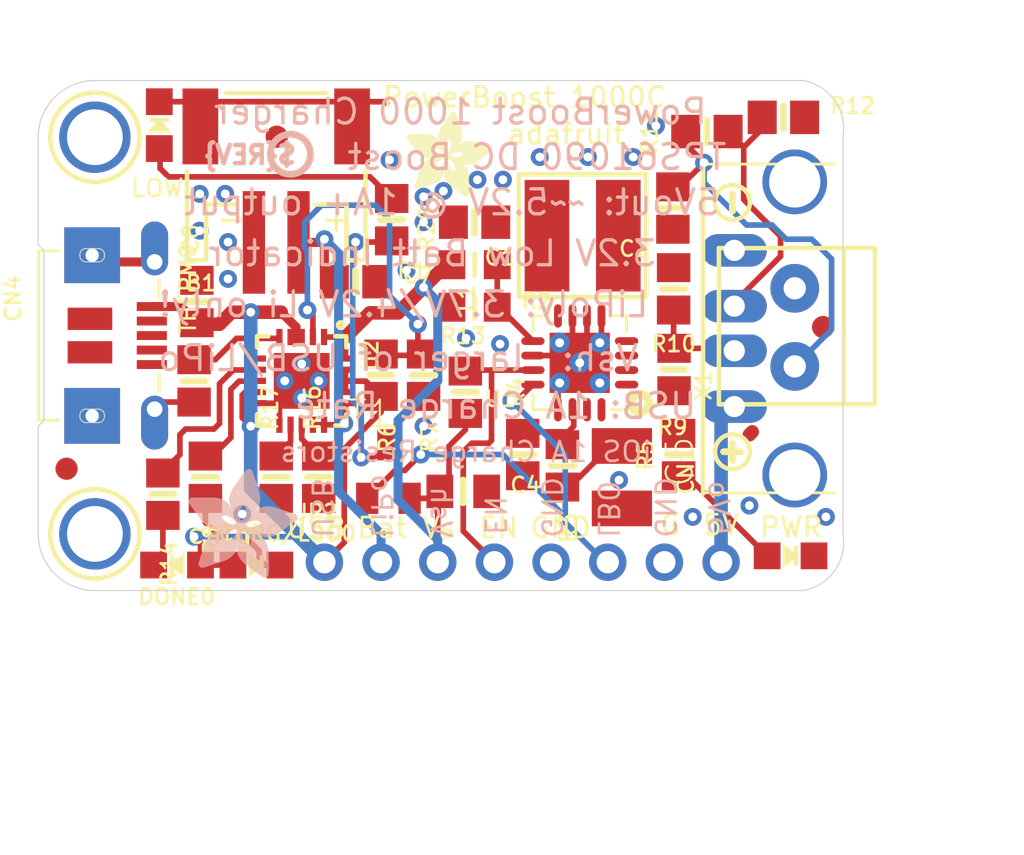
<source format=kicad_pcb>
(kicad_pcb (version 20241229) (generator "pcbnew") (generator_version "9.0")
  (layers (0 "F.Cu" signal) (2 "B.Cu" signal) (13 "F.Paste" user) (15 "B.Paste" user) (5 "F.SilkS" user "F.Silkscreen") (7 "B.SilkS" user "B.Silkscreen") (1 "F.Mask" user) (3 "B.Mask" user) (25 "Edge.Cuts" user))
  (net 0 "")
  (net 1 "GND")
  (net 2 "N$1")
  (net 3 "N$3")
  (net 4 "5.0V")
  (net 5 "D+")
  (net 6 "D-")
  (net 7 "VBAT")
  (net 8 "N$2")
  (net 9 "ENABLE")
  (net 10 "N$5")
  (net 11 "N$6")
  (net 12 "LBO")
  (net 13 "N$4")
  (net 14 "N$7")
  (net 15 "N$9")
  (net 16 "N$11")
  (net 17 "N$16")
  (net 18 "N$10")
  (net 19 "VBUS")
  (net 20 "VLIPO")
  (net 21 "N$8")
  (net 22 "N$12")
  (net 23 "N$13")
  (footprint "Adafruit PowerBoost 1000C Rev B:0805-NO" (layer "F.Cu") (at 137.94342 111.3536 -90)
    (property "Reference" "R8")
    (property "Value" "1K")
  )
  (footprint "Adafruit PowerBoost 1000C Rev B:0805-NO" (layer "F.Cu") (at 158.93042 102.9106 90)
    (property "Reference" "R10")
    (property "Value" "49.9K")
  )
  (footprint "Adafruit PowerBoost 1000C Rev B:CHIPLED_0805_NOOUTLINE" (layer "F.Cu") (at 135.87942 95.5726)
    (property "Reference" "LED1" (hide yes))
    (property "Value" "RED")
  )
  (footprint "Adafruit PowerBoost 1000C Rev B:0805-NO" (layer "F.Cu") (at 144.67442 102.5906)
    (property "Reference" "C7")
    (property "Value" "10uF")
  )
  (footprint "Adafruit PowerBoost 1000C Rev B:SYMBOL_PLUS" (layer "F.Cu") (at 161.56542 110.2106)
    (property "Reference" "U$25" (hide yes))
    (property "Value" "" (hide yes))
  )
  (footprint "Adafruit PowerBoost 1000C Rev B:FIDUCIAL_1MM" (layer "F.Cu") (at 165.62942 104.6226)
    (property "Reference" "FID1" (hide yes))
    (property "Value" "FIDUCIAL\"\"" (hide yes))
  )
  (footprint "Adafruit PowerBoost 1000C Rev B:0805-NO" (layer "F.Cu") (at 143.02342 111.3536 90)
    (property "Reference" "R16")
    (property "Value" "1.0K")
  )
  (footprint "Adafruit PowerBoost 1000C Rev B:CHIPLED_0805_NOOUTLINE" (layer "F.Cu") (at 140.22942 115.2906 -90)
    (property "Reference" "CHRG/LBO0")
    (property "Value" "ORANGE")
  )
  (footprint "Adafruit PowerBoost 1000C Rev B:0805-NO" (layer "F.Cu") (at 160.42242 95.8596 180)
    (property "Reference" "R11")
    (property "Value" "75K 1%")
  )
  (footprint "Adafruit PowerBoost 1000C Rev B:0805-NO" (layer "F.Cu") (at 146.29342 99.8106 -90)
    (property "Reference" "R20")
    (property "Value" "1K")
  )
  (footprint "Adafruit PowerBoost 1000C Rev B:QFN20_4MM" (layer "F.Cu") (at 142.26142 107.0356 -90)
    (property "Reference" "U2")
    (property "Value" "MCP73871")
  )
  (footprint "Adafruit PowerBoost 1000C Rev B:4UCONN_20329" (layer "F.Cu") (at 134.76842 105.0036 -90)
    (property "Reference" "CN4")
    (property "Value" "MicroUSB")
    (fp_line (start -3.9 2.2) (end -3.9 1.6) (stroke (width 0.05)) (layer "Edge.Cuts"))
    (fp_line (start 3.3 2.2) (end 3.3 1.6) (stroke (width 0.05)) (layer "Edge.Cuts"))
    (fp_line (start -3.3 1.6) (end -3.3 2.2) (stroke (width 0.05)) (layer "Edge.Cuts"))
    (fp_line (start 3.9 1.6) (end 3.9 2.2) (stroke (width 0.05)) (layer "Edge.Cuts"))
    (fp_arc (start -3.6 2.45) (mid -3.801777 2.387132) (end -3.9 2.2) (stroke (width 0.05)) (layer "Edge.Cuts"))
    (fp_arc (start 3.6 2.45) (mid 3.398223 2.387132) (end 3.3 2.2) (stroke (width 0.05)) (layer "Edge.Cuts"))
    (fp_arc (start -3.3 2.2) (mid -3.398223 2.387132) (end -3.6 2.45) (stroke (width 0.05)) (layer "Edge.Cuts"))
    (fp_arc (start 3.9 2.2) (mid 3.801777 2.387132) (end 3.6 2.45) (stroke (width 0.05)) (layer "Edge.Cuts"))
    (fp_arc (start -3.9 1.6) (mid -3.801777 1.412868) (end -3.6 1.35) (stroke (width 0.05)) (layer "Edge.Cuts"))
    (fp_arc (start 3.3 1.6) (mid 3.398223 1.412868) (end 3.6 1.35) (stroke (width 0.05)) (layer "Edge.Cuts"))
    (fp_arc (start -3.6 1.35) (mid -3.398223 1.412868) (end -3.3 1.6) (stroke (width 0.05)) (layer "Edge.Cuts"))
    (fp_arc (start 3.6 1.35) (mid 3.801777 1.412868) (end 3.9 1.6) (stroke (width 0.05)) (layer "Edge.Cuts"))
  )
  (footprint "Adafruit PowerBoost 1000C Rev B:_0805MP" (layer "F.Cu") (at 150.00842 101.8286 180)
    (property "Reference" "R1")
    (property "Value" "1.87M")
  )
  (footprint "Adafruit PowerBoost 1000C Rev B:PVQFN-16" (layer "F.Cu") (at 154.72142 106.2276 180)
    (property "Reference" "U1")
    (property "Value" "TPS61090RSAR")
  )
  (footprint "Adafruit PowerBoost 1000C Rev B:0805-NO" (layer "F.Cu") (at 149.59442 107.5446 90)
    (property "Reference" "R13")
    (property "Value" "200K")
  )
  (footprint "Adafruit PowerBoost 1000C Rev B:0805-NO" (layer "F.Cu") (at 158.94842 106.5266 -90)
    (property "Reference" "R9")
    (property "Value" "43K")
  )
  (footprint "Adafruit PowerBoost 1000C Rev B:USB_HOST-PTH" (layer "F.Cu") (at 168.16942 104.6861 90)
    (property "Reference" "CN1")
    (property "Value" "USBA_FEMALE")
  )
  (footprint "Adafruit PowerBoost 1000C Rev B:_0805MP" (layer "F.Cu") (at 150.00842 103.7336)
    (property "Reference" "R2")
    (property "Value" "340K")
  )
  (footprint "Adafruit PowerBoost 1000C Rev B:0805-NO" (layer "F.Cu") (at 152.16742 110.3376 90)
    (property "Reference" "R4")
    (property "Value" "200K")
  )
  (footprint "Adafruit PowerBoost 1000C Rev B:0805-NO" (layer "F.Cu") (at 147.72242 106.7816 -90)
    (property "Reference" "R7")
    (property "Value" "100K")
  )
  (footprint "Adafruit PowerBoost 1000C Rev B:INDUCTOR_5X5MM_TDK_VLC5045" (layer "F.Cu") (at 154.85242 100.5296)
    (property "Reference" "L1")
    (property "Value" "6.8uH" (hide yes))
  )
  (footprint "Adafruit PowerBoost 1000C Rev B:0805-NO" (layer "F.Cu") (at 159.15242 110.3376 -90)
    (property "Reference" "R5")
    (property "Value" "1K")
  )
  (footprint "Adafruit PowerBoost 1000C Rev B:0805-NO" (layer "F.Cu") (at 145.81742 106.7816 -90)
    (property "Reference" "R6")
    (property "Value" "270K")
  )
  (footprint "Adafruit PowerBoost 1000C Rev B:SYMBOL_MINUS" (layer "F.Cu") (at 161.56542 99.0346 90)
    (property "Reference" "U$26" (hide yes))
    (property "Value" "" (hide yes))
  )
  (footprint "Adafruit PowerBoost 1000C Rev B:0805-NO" (layer "F.Cu") (at 153.94542 110.8456 -90)
    (property "Reference" "R3")
    (property "Value" "1.87M")
  )
  (footprint "Adafruit PowerBoost 1000C Rev B:0805-NO" (layer "F.Cu") (at 163.85142 95.2246)
    (property "Reference" "R12")
    (property "Value" "49.9K 1%")
  )
  (footprint "Adafruit PowerBoost 1000C Rev B:CHIPLED_0805_NOOUTLINE" (layer "F.Cu") (at 136.67342 115.2906 90)
    (property "Reference" "DONE0")
    (property "Value" "GREEN")
  )
  (footprint "Adafruit PowerBoost 1000C Rev B:0805-NO" (layer "F.Cu") (at 136.03842 112.1156 -90)
    (property "Reference" "R14")
    (property "Value" "1K")
  )
  (footprint "Adafruit PowerBoost 1000C Rev B:JSTPH2" (layer "F.Cu") (at 141.11842 97.1296)
    (property "Reference" "B1")
    (property "Value" "JST 2-PH")
  )
  (footprint "Adafruit PowerBoost 1000C Rev B:SC59-BEC" (layer "F.Cu") (at 146.14762 111.0996)
    (property "Reference" "T1")
    (property "Value" "MMUN2133LT1G")
  )
  (footprint "Adafruit PowerBoost 1000C Rev B:FIDUCIAL_1MM" (layer "F.Cu") (at 131.72042 110.9726)
    (property "Reference" "FID3" (hide yes))
    (property "Value" "FIDUCIAL\"\"" (hide yes))
  )
  (footprint "Adafruit PowerBoost 1000C Rev B:0805-NO" (layer "F.Cu") (at 150.00842 99.9236 180)
    (property "Reference" "C1")
    (property "Value" "10uF")
  )
  (footprint "Adafruit PowerBoost 1000C Rev B:C1210" (layer "F.Cu") (at 156.61242 111.3536 -90)
    (property "Reference" "C6")
    (property "Value" "100uF")
  )
  (footprint "Adafruit PowerBoost 1000C Rev B:ADAFRUIT_3.5MM" (layer "F.Cu") (at 146.96042 98.7806)
    (property "Reference" "U$45" (hide yes))
    (property "Value" "" (hide yes))
  )
  (footprint "Adafruit PowerBoost 1000C Rev B:MOUNTINGHOLE_2.5_PLATED" (layer "F.Cu") (at 132.99042 96.1136)
    (property "Reference" "U$10" (hide yes))
    (property "Value" "MOUNTINGHOLE2.5" (hide yes))
  )
  (footprint "Adafruit PowerBoost 1000C Rev B:MOUNTINGHOLE_2.5_PLATED" (layer "F.Cu") (at 132.99042 113.8936)
    (property "Reference" "U$11" (hide yes))
    (property "Value" "MOUNTINGHOLE2.5" (hide yes))
  )
  (footprint "Adafruit PowerBoost 1000C Rev B:FIDUCIAL_1MM" (layer "F.Cu") (at 141.14242 96.0906 90)
    (property "Reference" "FID2" (hide yes))
    (property "Value" "FIDUCIAL\"\"" (hide yes))
  )
  (footprint "Adafruit PowerBoost 1000C Rev B:0805-NO" (layer "F.Cu") (at 137.56242 103.4796 90)
    (property "Reference" "C8")
    (property "Value" "10uF")
  )
  (footprint "Adafruit PowerBoost 1000C Rev B:0805_10MGAP" (layer "F.Cu") (at 149.50042 111.9886)
    (property "Reference" "C4")
    (property "Value" "0.1uF")
  )
  (footprint "Adafruit PowerBoost 1000C Rev B:0805-NO" (layer "F.Cu") (at 158.89842 99.2886 -90)
    (property "Reference" "C2")
    (property "Value" "2.2uF")
  )
  (footprint "Adafruit PowerBoost 1000C Rev B:0805-NO" (layer "F.Cu") (at 137.43542 107.0356 90)
    (property "Reference" "THERM0")
    (property "Value" "15K")
  )
  (footprint "Adafruit PowerBoost 1000C Rev B:0805-NO" (layer "F.Cu") (at 141.11842 111.3536 90)
    (property "Reference" "R17")
    (property "Value" "100K")
  )
  (footprint "Adafruit PowerBoost 1000C Rev B:TERMBLOCK_1X2-3.5MM" (layer "F.Cu") (at 164.35942 104.6861 90)
    (property "Reference" "X1")
    (property "Value" "")
  )
  (footprint "Adafruit PowerBoost 1000C Rev B:CHIPLED_0805_NOOUTLINE" (layer "F.Cu") (at 164.17342 114.8776 -90)
    (property "Reference" "LED2" (hide yes))
    (property "Value" "BLUE")
  )
  (footprint "Adafruit PowerBoost 1000C Rev B:1X08_ROUND" (layer "F.Cu") (at 152.16742 115.1636)
    (property "Reference" "JP2")
    (property "Value" "")
  )
  (footprint "Adafruit PowerBoost 1000C Rev B:PCBFEAT-REV-040" (layer "B.Cu") (at 141.75342 96.8756 180)
    (property "Reference" "U$12" (hide yes))
    (property "Value" "" (hide yes))
  )
  (footprint "Adafruit PowerBoost 1000C Rev B:ADAFRUIT_5MM" (layer "B.Cu") (at 137.20242 115.8576 90)
    (property "Reference" "U$28" (hide yes))
    (property "Value" "" (hide yes))
  )
  (gr_line (start 130.45042 96.1136) (end 130.45042 100.9396) (stroke (width 0.05)) (layer "Edge.Cuts"))
  (gr_line (start 130.70442 108.8136) (end 130.45042 109.0676) (stroke (width 0.05)) (layer "Edge.Cuts"))
  (gr_line (start 164.74042 93.5736) (end 132.99042 93.5736) (stroke (width 0.05)) (layer "Edge.Cuts"))
  (gr_line (start 132.99042 116.4336) (end 164.74042 116.4336) (stroke (width 0.05)) (layer "Edge.Cuts"))
  (gr_line (start 130.45042 100.9396) (end 130.70442 101.1936) (stroke (width 0.05)) (layer "Edge.Cuts"))
  (gr_arc (start 132.99042 116.4336) (mid 131.194369 115.689651) (end 130.45042 113.8936) (stroke (width 0.05)) (layer "Edge.Cuts"))
  (gr_arc (start 164.74042 93.5736) (mid 166.155471 94.475364) (end 166.51842 96.1136) (stroke (width 0.05)) (layer "Edge.Cuts"))
  (gr_arc (start 166.51842 113.8936) (mid 166.155471 115.531836) (end 164.74042 116.4336) (stroke (width 0.05)) (layer "Edge.Cuts"))
  (gr_arc (start 130.45042 96.1136) (mid 131.194369 94.317549) (end 132.99042 93.5736) (stroke (width 0.05)) (layer "Edge.Cuts"))
  (gr_line (start 130.70442 101.1936) (end 130.70442 108.8136) (stroke (width 0.05)) (layer "Edge.Cuts"))
  (gr_line (start 130.45042 109.0676) (end 130.45042 113.8936) (stroke (width 0.05)) (layer "Edge.Cuts"))
  (gr_line (start 166.51842 113.8936) (end 166.51842 96.1136) (stroke (width 0.05)) (layer "Edge.Cuts"))
  (gr_text "Bat" (at 144.67442 114.1476 0) (layer "F.SilkS") (effects (font (size 0.89408 0.89408) (thickness 0.12192)) (justify left bottom)))
  (gr_text "GND" (at 152.42142 114.1476 0) (layer "F.SilkS") (effects (font (size 0.89408 0.89408) (thickness 0.12192)) (justify left bottom)))
  (gr_text "USB" (at 141.49942 114.1476 0) (layer "F.SilkS") (effects (font (size 0.89408 0.89408) (thickness 0.12192)) (justify left bottom)))
  (gr_text "adafruit" (at 151.40542 96.4946 0) (layer "F.SilkS") (effects (font (size 0.89408 0.89408) (thickness 0.12192)) (justify left bottom)))
  (gr_text "Vs" (at 147.59542 114.1476 0) (layer "F.SilkS") (effects (font (size 0.89408 0.89408) (thickness 0.12192)) (justify left bottom)))
  (gr_text "+" (at 143.02342 100.4316 0) (layer "F.SilkS") (effects (font (size 1.1176 1.1176) (thickness 0.1524)) (justify left bottom)))
  (gr_text "-" (at 138.32442 100.4316 0) (layer "F.SilkS") (effects (font (size 1.1176 1.1176) (thickness 0.1524)) (justify left bottom)))
  (gr_text "PWR" (at 164.20042 113.6026 0) (layer "F.SilkS") (effects (font (size 0.89408 0.89408) (thickness 0.12192))))
  (gr_text "PowerBoost 1000C" (at 145.81742 94.8436 0) (layer "F.SilkS") (effects (font (size 0.89408 0.89408) (thickness 0.12192)) (justify left bottom)))
  (gr_text "G" (at 158.26342 114.0206 0) (layer "F.SilkS") (effects (font (size 0.89408 0.89408) (thickness 0.12192)) (justify left bottom)))
  (gr_text "5V" (at 160.16842 114.0206 0) (layer "F.SilkS") (effects (font (size 0.89408 0.89408) (thickness 0.12192)) (justify left bottom)))
  (gr_text "EN" (at 150.13542 114.1476 0) (layer "F.SilkS") (effects (font (size 0.89408 0.89408) (thickness 0.12192)) (justify left bottom)))
  (gr_text "LOW" (at 135.78442 98.3996 0) (layer "F.SilkS") (effects (font (size 0.78232 0.78232) (thickness 0.10668))))
  (gr_text "chrg" (at 137.05442 114.4016 0) (layer "F.SilkS") (effects (font (size 0.89408 0.89408) (thickness 0.12192)) (justify left bottom)))
  (gr_text "LBO" (at 155.46942 114.1476 -90) (layer "B.SilkS") (effects (font (size 0.89408 0.89408) (thickness 0.12192)) (justify left bottom mirror)))
  (gr_text "Vsh:  larger of USB/LiPo" (at 146.57942 106.0196 -0) (layer "B.SilkS") (effects (font (size 1.1176 1.1176) (thickness 0.1524)) (justify mirror)))
  (gr_text "iOS 1A Charge Resistors" (at 149.62742 110.2106 -0) (layer "B.SilkS") (effects (font (size 0.89408 0.89408) (thickness 0.12192)) (justify mirror)))
  (gr_text "5Vo" (at 160.42242 114.0206 -90) (layer "B.SilkS") (effects (font (size 0.89408 0.89408) (thickness 0.12192)) (justify left bottom mirror)))
  (gr_text "TPS61090 DC Boost" (at 152.80242 97.0026 -0) (layer "B.SilkS") (effects (font (size 1.1176 1.1176) (thickness 0.1524)) (justify mirror)))
  (gr_text "GND" (at 158.00942 114.1476 -90) (layer "B.SilkS") (effects (font (size 0.89408 0.89408) (thickness 0.12192)) (justify left bottom mirror)))
  (gr_text "PowerBoost 1000 Charger" (at 149.37342 94.9706 -0) (layer "B.SilkS") (effects (font (size 1.1176 1.1176) (thickness 0.1524)) (justify mirror)))
  (gr_text "5Vout: ~~5.2V @ 1A+ output" (at 148.99242 99.0346 -0) (layer "B.SilkS") (effects (font (size 1.1176 1.1176) (thickness 0.1524)) (justify mirror)))
  (gr_text "EN" (at 150.38942 114.0206 -90) (layer "B.SilkS") (effects (font (size 0.89408 0.89408) (thickness 0.12192)) (justify left bottom mirror)))
  (gr_text "LiPo" (at 145.30942 114.1476 -90) (layer "B.SilkS") (effects (font (size 0.89408 0.89408) (thickness 0.12192)) (justify left bottom mirror)))
  (gr_text "LiPoly: 3.7V/4.2V Li only!" (at 146.83342 103.6066 -0) (layer "B.SilkS") (effects (font (size 1.1176 1.1176) (thickness 0.1524)) (justify mirror)))
  (gr_text "Vsh" (at 147.97642 114.1476 -90) (layer "B.SilkS") (effects (font (size 0.89408 0.89408) (thickness 0.12192)) (justify left bottom mirror)))
  (gr_text "USB: 1A Charge Rate" (at 160.04142 108.8136 -0) (layer "B.SilkS") (effects (font (size 1.1176 1.1176) (thickness 0.1524)) (justify left bottom mirror)))
  (gr_text "3.2V Low Batt Indicator" (at 148.10342 101.3206 -0) (layer "B.SilkS") (effects (font (size 1.1176 1.1176) (thickness 0.1524)) (justify mirror)))
  (gr_text "GND" (at 152.92942 114.1476 -90) (layer "B.SilkS") (effects (font (size 0.89408 0.89408) (thickness 0.12192)) (justify left bottom mirror)))
  (gr_text "USB" (at 142.64242 114.1476 -90) (layer "B.SilkS") (effects (font (size 0.89408 0.89408) (thickness 0.12192)) (justify left bottom mirror)))
  (segment (start 142.02342 108.0356) (end 142.26142 107.7976) (width 0.254) (layer "F.Cu") (net 1))
  (segment (start 135.66842 108.1786) (end 135.66842 108.3036) (width 0.254) (layer "F.Cu") (net 1))
  (segment (start 154.39642 105.1876) (end 154.32642 105.2576) (width 0.254) (layer "F.Cu") (net 1))
  (segment (start 154.06242 105.9026) (end 154.07242 105.8926) (width 0.254) (layer "F.Cu") (net 1))
  (segment (start 135.66842 101.7036) (end 133.29542 101.7036) (width 0.4064) (layer "F.Cu") (net 1))
  (segment (start 153.74642 107.3616) (end 153.94542 107.1626) (width 0.254) (layer "F.Cu") (net 1))
  (segment (start 154.39642 104.1276) (end 154.39642 105.1876) (width 0.254) (layer "F.Cu") (net 1))
  (segment (start 153.85642 107.1626) (end 153.82142 107.1276) (width 0.254) (layer "F.Cu") (net 1))
  (segment (start 135.78442 108.1786) (end 135.66842 108.1786) (width 0.254) (layer "F.Cu") (net 1))
  (segment (start 135.87942 94.5226) (end 146.00442 94.5226) (width 0.254) (layer "F.Cu") (net 1))
  (segment (start 153.89142 105.2576) (end 153.82142 105.3276) (width 0.254) (layer "F.Cu") (net 1))
  (segment (start 135.35942 108.6036) (end 135.78442 108.1786) (width 0.4064) (layer "F.Cu") (net 1))
  (segment (start 135.98642 107.9856) (end 135.66842 108.3036) (width 0.254) (layer "F.Cu") (net 1))
  (segment (start 137.43542 107.9856) (end 135.98642 107.9856) (width 0.254) (layer "F.Cu") (net 1))
  (segment (start 146.00442 94.5226) (end 146.07142 94.5896) (width 0.254) (layer "F.Cu") (net 1))
  (segment (start 154.32642 105.2576) (end 153.89142 105.2576) (width 0.254) (layer "F.Cu") (net 1))
  (segment (start 155.69642 105.2526) (end 155.62142 105.3276) (width 0.254) (layer "F.Cu") (net 1))
  (segment (start 153.82142 105.3276) (end 153.82142 105.6416) (width 0.254) (layer "F.Cu") (net 1))
  (segment (start 153.82142 105.6416) (end 154.07242 105.8926) (width 0.254) (layer "F.Cu") (net 1))
  (segment (start 155.04642 104.1276) (end 155.04642 105.4696) (width 0.254) (layer "F.Cu") (net 1))
  (segment (start 140.29642 108.0356) (end 142.02342 108.0356) (width 0.254) (layer "F.Cu") (net 1))
  (segment (start 153.94542 107.1626) (end 153.85642 107.1626) (width 0.254) (layer "F.Cu") (net 1))
  (segment (start 152.62142 105.9026) (end 154.06242 105.9026) (width 0.254) (layer "F.Cu") (net 1))
  (segment (start 141.26142 109.0006) (end 141.26142 107.2736) (width 0.254) (layer "F.Cu") (net 1))
  (segment (start 153.74642 108.3276) (end 153.74642 107.3616) (width 0.254) (layer "F.Cu") (net 1))
  (segment (start 155.69642 104.1276) (end 155.69642 105.2526) (width 0.254) (layer "F.Cu") (net 1))
  (segment (start 141.26142 107.2736) (end 141.49942 107.0356) (width 0.254) (layer "F.Cu") (net 1))
  (segment (start 155.04642 105.4696) (end 155.21542 105.6386) (width 0.254) (layer "F.Cu") (net 1))
  (via (at 165.75642 113.1316) (size 0.8001) (drill 0.3937) (layers "F.Cu" "B.Cu") (net 1))
  (via (at 142.26142 107.7976) (size 0.8001) (drill 0.3937) (layers "F.Cu" "B.Cu") (net 1))
  (via (at 138.95942 102.4636) (size 0.8001) (drill 0.3937) (layers "F.Cu" "B.Cu") (net 1))
  (via (at 157.12042 97.0026) (size 0.8001) (drill 0.3937) (layers "F.Cu" "B.Cu") (net 1))
  (via (at 155.08842 97.0026) (size 0.8001) (drill 0.3937) (layers "F.Cu" "B.Cu") (net 1))
  (via (at 139.59442 113.0046) (size 0.8001) (drill 0.3937) (layers "F.Cu" "B.Cu") (net 1))
  (via (at 147.72242 99.9236) (size 0.8001) (drill 0.3937) (layers "F.Cu" "B.Cu") (net 1))
  (via (at 149.62742 105.1306) (size 0.8001) (drill 0.3937) (layers "F.Cu" "B.Cu") (net 1))
  (via (at 141.49942 107.0356) (size 0.8001) (drill 0.3937) (layers "F.Cu" "B.Cu") (net 1))
  (via (at 158.13642 95.6056) (size 0.8001) (drill 0.3937) (layers "F.Cu" "B.Cu") (net 1))
  (via (at 147.72242 109.0676) (size 0.8001) (drill 0.3937) (layers "F.Cu" "B.Cu") (net 1))
  (via (at 137.68942 100.3046) (size 0.8001) (drill 0.3937) (layers "F.Cu" "B.Cu") (net 1))
  (via (at 138.95942 100.8126) (size 0.8001) (drill 0.3937) (layers "F.Cu" "B.Cu") (net 1))
  (via (at 151.27842 98.0186) (size 0.8001) (drill 0.3937) (layers "F.Cu" "B.Cu") (net 1))
  (via (at 148.61142 98.5266) (size 0.8001) (drill 0.3937) (layers "F.Cu" "B.Cu") (net 1))
  (via (at 152.92942 97.0026) (size 0.8001) (drill 0.3937) (layers "F.Cu" "B.Cu") (net 1))
  (via (at 150.13542 98.0186) (size 0.8001) (drill 0.3937) (layers "F.Cu" "B.Cu") (net 1))
  (via (at 156.48542 111.4806) (size 0.8001) (drill 0.3937) (layers "F.Cu" "B.Cu") (net 1))
  (via (at 151.15142 105.3846) (size 0.8001) (drill 0.3937) (layers "F.Cu" "B.Cu") (net 1))
  (via (at 162.32742 112.6236) (size 0.8001) (drill 0.3937) (layers "F.Cu" "B.Cu") (net 1))
  (via (at 138.83242 98.6536) (size 0.8001) (drill 0.3937) (layers "F.Cu" "B.Cu") (net 1))
  (via (at 143.02342 107.0356) (size 0.8001) (drill 0.3937) (layers "F.Cu" "B.Cu") (net 1))
  (via (at 159.78742 113.1316) (size 0.8001) (drill 0.3937) (layers "F.Cu" "B.Cu") (net 1))
  (via (at 147.72242 98.7806) (size 0.8001) (drill 0.3937) (layers "F.Cu" "B.Cu") (net 1))
  (via (at 146.96042 102.0826) (size 0.8001) (drill 0.3937) (layers "F.Cu" "B.Cu") (net 1))
  (via (at 146.19842 97.1296) (size 0.8001) (drill 0.3937) (layers "F.Cu" "B.Cu") (net 1))
  (via (at 137.68942 98.6536) (size 0.8001) (drill 0.3937) (layers "F.Cu" "B.Cu") (net 1))
  (via (at 142.26142 106.2736) (size 0.8001) (drill 0.3937) (layers "F.Cu" "B.Cu") (net 1))
  (segment (start 151.46642 104.0976) (end 151.38842 104.0976) (width 0.254) (layer "F.Cu") (net 3))
  (segment (start 152.62142 105.2526) (end 151.46642 104.0976) (width 0.254) (layer "F.Cu") (net 3))
  (segment (start 151.38842 104.0976) (end 151.02442 103.7336) (width 0.254) (layer "F.Cu") (net 3))
  (segment (start 151.02442 101.8286) (end 151.02442 103.7336) (width 0.254) (layer "F.Cu") (net 3))
  (segment (start 155.97442 110.5916) (end 156.61242 109.9536) (width 0.254) (layer "F.Cu") (net 4))
  (segment (start 155.46942 110.5916) (end 155.97442 110.5916) (width 0.254) (layer "F.Cu") (net 4))
  (segment (start 162.32742 109.4486) (end 162.45442 109.3216) (width 0.6096) (layer "F.Cu") (net 4))
  (segment (start 155.46942 110.5916) (end 154.26542 111.7956) (width 0.254) (layer "F.Cu") (net 4))
  (segment (start 159.47242 96.4336) (end 160.29542 97.2566) (width 0.254) (layer "F.Cu") (net 4))
  (segment (start 162.83542 108.0516) (end 162.58142 108.0516) (width 0.254) (layer "F.Cu") (net 4))
  (segment (start 162.58142 108.0516) (end 162.44692 108.1861) (width 0.254) (layer "F.Cu") (net 4))
  (segment (start 154.26542 111.7956) (end 153.94542 111.7956) (width 0.254) (layer "F.Cu") (net 4))
  (segment (start 159.47242 95.8596) (end 159.47242 96.4336) (width 0.254) (layer "F.Cu") (net 4))
  (segment (start 158.89842 98.3386) (end 159.21342 98.3386) (width 0.254) (layer "F.Cu") (net 4))
  (segment (start 159.21342 98.3386) (end 160.29542 97.2566) (width 0.254) (layer "F.Cu") (net 4))
  (segment (start 162.44692 108.1861) (end 161.64942 108.1861) (width 0.254) (layer "F.Cu") (net 4))
  (via (at 160.29542 97.2566) (size 0.8001) (drill 0.3937) (layers "F.Cu" "B.Cu") (net 4))
  (segment (start 161.05742 108.7781) (end 161.64942 108.1861) (width 0.6096) (layer "B.Cu") (net 4))
  (segment (start 165.12142 100.6856) (end 166.01042 101.5746) (width 0.254) (layer "B.Cu") (net 4))
  (segment (start 166.01042 104.7351) (end 164.35942 106.3861) (width 0.254) (layer "B.Cu") (net 4))
  (segment (start 160.29542 98.1456) (end 162.20042 100.0506) (width 0.254) (layer "B.Cu") (net 4))
  (segment (start 161.05742 115.1636) (end 161.05742 108.7781) (width 0.6096) (layer "B.Cu") (net 4))
  (segment (start 166.01042 101.5746) (end 166.01042 104.7351) (width 0.254) (layer "B.Cu") (net 4))
  (segment (start 163.34342 100.0506) (end 163.97842 100.6856) (width 0.254) (layer "B.Cu") (net 4))
  (segment (start 160.29542 97.2566) (end 160.29542 98.1456) (width 0.254) (layer "B.Cu") (net 4))
  (segment (start 163.97842 100.6856) (end 165.12142 100.6856) (width 0.254) (layer "B.Cu") (net 4))
  (segment (start 162.20042 100.0506) (end 163.34342 100.0506) (width 0.254) (layer "B.Cu") (net 4))
  (segment (start 162.90142 95.2246) (end 162.90142 95.7326) (width 0.254) (layer "F.Cu") (net 5))
  (segment (start 162.07342 98.9076) (end 162.07342 96.5606) (width 0.254) (layer "F.Cu") (net 5))
  (segment (start 162.07342 98.9076) (end 163.72442 100.5586) (width 0.254) (layer "F.Cu") (net 5))
  (segment (start 162.90142 95.7326) (end 162.07342 96.5606) (width 0.254) (layer "F.Cu") (net 5))
  (segment (start 162.07342 96.5606) (end 161.37242 95.8596) (width 0.254) (layer "F.Cu") (net 5))
  (segment (start 161.64942 103.5226) (end 161.64942 103.6861) (width 0.254) (layer "F.Cu") (net 5))
  (segment (start 163.72442 100.5586) (end 163.72442 101.4476) (width 0.254) (layer "F.Cu") (net 5))
  (segment (start 163.72442 101.4476) (end 161.64942 103.5226) (width 0.254) (layer "F.Cu") (net 5))
  (segment (start 158.93042 103.8606) (end 158.93042 105.5586) (width 0.254) (layer "F.Cu") (net 6))
  (segment (start 161.53992 105.5766) (end 161.64942 105.6861) (width 0.254) (layer "F.Cu") (net 6))
  (segment (start 158.93042 105.5586) (end 158.94842 105.5766) (width 0.254) (layer "F.Cu") (net 6))
  (segment (start 158.94842 105.5766) (end 161.53992 105.5766) (width 0.254) (layer "F.Cu") (net 6))
  (segment (start 148.61142 101.9556) (end 148.99242 101.9556) (width 0.6096) (layer "F.Cu") (net 7))
  (segment (start 144.22642 106.0356) (end 144.22642 105.295807) (width 0.254) (layer "F.Cu") (net 7))
  (segment (start 144.10642 105.0706) (end 144.16642 105.1306) (width 0.254) (layer "F.Cu") (net 7))
  (segment (start 144.16642 105.1306) (end 145.30942 103.9876) (width 0.6096) (layer "F.Cu") (net 7))
  (segment (start 148.86542 111.5736) (end 148.45042 111.9886) (width 0.254) (layer "F.Cu") (net 7))
  (segment (start 146.57942 103.9876) (end 147.72242 102.8446) (width 0.6096) (layer "F.Cu") (net 7))
  (segment (start 144.279023 105.243204) (end 144.16642 105.1306) (width 0.254) (layer "F.Cu") (net 7))
  (segment (start 149.59442 108.4946) (end 149.59442 109.2276) (width 0.254) (layer "F.Cu") (net 7))
  (segment (start 143.26142 105.0706) (end 144.10642 105.0706) (width 0.254) (layer "F.Cu") (net 7))
  (segment (start 147.09762 112.2996) (end 148.13942 112.2996) (width 0.254) (layer "F.Cu") (net 7))
  (segment (start 149.59442 109.2276) (end 148.86542 109.9566) (width 0.254) (layer "F.Cu") (net 7))
  (segment (start 148.86542 109.9566) (end 148.86542 111.5736) (width 0.254) (layer "F.Cu") (net 7))
  (segment (start 145.30942 103.9876) (end 146.57942 103.9876) (width 0.6096) (layer "F.Cu") (net 7))
  (segment (start 144.22642 105.295807) (end 144.279023 105.243204) (width 0.254) (layer "F.Cu") (net 7))
  (segment (start 148.99242 101.9556) (end 148.99242 101.8286) (width 0.6096) (layer "F.Cu") (net 7))
  (segment (start 147.72242 102.8446) (end 148.61142 101.9556) (width 0.6096) (layer "F.Cu") (net 7))
  (segment (start 148.35742 112.9436) (end 148.35742 112.0816) (width 0.3048) (layer "F.Cu") (net 7))
  (segment (start 148.35742 112.0816) (end 148.45042 111.9886) (width 0.3048) (layer "F.Cu") (net 7))
  (segment (start 148.35742 112.9436) (end 148.35742 115.1636) (width 0.254) (layer "F.Cu") (net 7))
  (segment (start 148.13942 112.2996) (end 148.45042 111.9886) (width 0.254) (layer "F.Cu") (net 7))
  (via (at 147.72242 102.8446) (size 0.8001) (drill 0.3937) (layers "F.Cu" "B.Cu") (net 7))
  (segment (start 146.57942 108.8136) (end 146.57942 112.3696) (width 0.4064) (layer "B.Cu") (net 7))
  (segment (start 146.57942 112.3696) (end 148.35742 114.1476) (width 0.4064) (layer "B.Cu") (net 7))
  (segment (start 148.35742 114.1476) (end 148.35742 115.1636) (width 0.4064) (layer "B.Cu") (net 7))
  (segment (start 148.35742 103.4796) (end 148.35742 107.0356) (width 0.4064) (layer "B.Cu") (net 7))
  (segment (start 148.35742 107.0356) (end 146.57942 108.8136) (width 0.4064) (layer "B.Cu") (net 7))
  (segment (start 147.72242 102.8446) (end 148.35742 103.4796) (width 0.4064) (layer "B.Cu") (net 7))
  (segment (start 135.91142 97.5106) (end 135.91142 96.6546) (width 0.254) (layer "F.Cu") (net 8))
  (segment (start 145.32442 97.8916) (end 136.29242 97.8916) (width 0.254) (layer "F.Cu") (net 8))
  (segment (start 135.91142 96.6546) (end 135.87942 96.6226) (width 0.254) (layer "F.Cu") (net 8))
  (segment (start 136.29242 97.8916) (end 135.91142 97.5106) (width 0.254) (layer "F.Cu") (net 8))
  (segment (start 146.29342 98.8606) (end 145.32442 97.8916) (width 0.254) (layer "F.Cu") (net 8))
  (segment (start 150.64342 109.8296) (end 150.77042 109.7026) (width 0.254) (layer "F.Cu") (net 9))
  (segment (start 149.88142 109.8296) (end 150.64342 109.8296) (width 0.254) (layer "F.Cu") (net 9))
  (segment (start 149.63642 106.5526) (end 149.59442 106.5946) (width 0.254) (layer "F.Cu") (net 9))
  (segment (start 149.50042 110.2106) (end 149.88142 109.8296) (width 0.254) (layer "F.Cu") (net 9))
  (segment (start 150.77042 106.5526) (end 149.63642 106.5526) (width 0.254) (layer "F.Cu") (net 9))
  (segment (start 149.50042 113.7666) (end 150.89742 115.1636) (width 0.254) (layer "F.Cu") (net 9))
  (segment (start 150.77042 109.7026) (end 150.77042 106.5526) (width 0.254) (layer "F.Cu") (net 9))
  (segment (start 149.50042 113.7666) (end 149.50042 110.2106) (width 0.254) (layer "F.Cu") (net 9))
  (segment (start 152.62142 106.5526) (end 150.77042 106.5526) (width 0.254) (layer "F.Cu") (net 9))
  (segment (start 152.16742 109.3216) (end 154.19942 109.3216) (width 0.254) (layer "F.Cu") (net 10))
  (segment (start 154.45342 109.0676) (end 154.45342 108.3846) (width 0.254) (layer "F.Cu") (net 10))
  (segment (start 153.94542 109.8956) (end 153.94542 109.5756) (width 0.254) (layer "F.Cu") (net 10))
  (segment (start 154.45342 108.3846) (end 154.39642 108.3276) (width 0.254) (layer "F.Cu") (net 10))
  (segment (start 154.19942 109.3216) (end 154.45342 109.0676) (width 0.254) (layer "F.Cu") (net 10))
  (segment (start 152.16742 109.3876) (end 152.16742 109.3216) (width 0.254) (layer "F.Cu") (net 10))
  (segment (start 153.94542 109.5756) (end 154.19942 109.3216) (width 0.254) (layer "F.Cu") (net 10))
  (segment (start 144.92842 110.4646) (end 145.58262 110.4646) (width 0.254) (layer "F.Cu") (net 11))
  (segment (start 146.24142 100.8126) (end 146.29342 100.7606) (width 0.254) (layer "F.Cu") (net 11))
  (segment (start 145.58262 110.4646) (end 146.14762 109.8996) (width 0.254) (layer "F.Cu") (net 11))
  (segment (start 144.67442 100.8126) (end 146.24142 100.8126) (width 0.254) (layer "F.Cu") (net 11))
  (via (at 144.92842 110.4646) (size 0.8001) (drill 0.3937) (layers "F.Cu" "B.Cu") (net 11))
  (via (at 144.67442 100.8126) (size 0.8001) (drill 0.3937) (layers "F.Cu" "B.Cu") (net 11))
  (segment (start 144.54742 100.9396) (end 144.54742 107.9246) (width 0.254) (layer "B.Cu") (net 11))
  (segment (start 144.67442 100.8126) (end 144.54742 100.9396) (width 0.254) (layer "B.Cu") (net 11))
  (segment (start 144.92842 108.3056) (end 144.92842 110.4646) (width 0.254) (layer "B.Cu") (net 11))
  (segment (start 144.54742 107.9246) (end 144.92842 108.3056) (width 0.254) (layer "B.Cu") (net 11))
  (segment (start 151.89942 107.9246) (end 151.65942 107.9246) (width 0.254) (layer "F.Cu") (net 12))
  (segment (start 147.59542 110.3376) (end 146.88822 111.0448) (width 0.254) (layer "F.Cu") (net 12))
  (segment (start 146.88822 111.0448) (end 146.45242 111.0448) (width 0.254) (layer "F.Cu") (net 12))
  (segment (start 146.45242 111.0448) (end 145.19762 112.2996) (width 0.254) (layer "F.Cu") (net 12))
  (segment (start 152.62142 107.2026) (end 151.89942 107.9246) (width 0.254) (layer "F.Cu") (net 12))
  (via (at 147.59542 110.3376) (size 0.8001) (drill 0.3937) (layers "F.Cu" "B.Cu") (net 12))
  (via (at 151.65942 107.9246) (size 0.8001) (drill 0.3937) (layers "F.Cu" "B.Cu") (net 12))
  (segment (start 155.85042 115.1636) (end 155.97742 115.1636) (width 0.254) (layer "B.Cu") (net 12))
  (segment (start 151.65942 107.9246) (end 154.07242 110.3376) (width 0.254) (layer "B.Cu") (net 12))
  (segment (start 154.07242 113.3856) (end 155.85042 115.1636) (width 0.254) (layer "B.Cu") (net 12))
  (segment (start 151.27842 110.3376) (end 154.07242 113.1316) (width 0.254) (layer "B.Cu") (net 12))
  (segment (start 147.59542 110.3376) (end 151.27842 110.3376) (width 0.254) (layer "B.Cu") (net 12))
  (segment (start 154.07242 110.3376) (end 154.07242 113.1316) (width 0.254) (layer "B.Cu") (net 12))
  (segment (start 154.07242 113.1316) (end 154.07242 113.3856) (width 0.254) (layer "B.Cu") (net 12))
  (segment (start 159.53342 111.2876) (end 163.12342 114.8776) (width 0.254) (layer "F.Cu") (net 13))
  (segment (start 159.15242 111.2876) (end 159.53342 111.2876) (width 0.254) (layer "F.Cu") (net 13))
  (segment (start 145.81742 105.8316) (end 145.88342 105.8316) (width 0.254) (layer "F.Cu") (net 14))
  (segment (start 147.66142 105.8926) (end 147.72242 105.8316) (width 0.254) (layer "F.Cu") (net 14))
  (segment (start 145.94442 105.8926) (end 147.66142 105.8926) (width 0.254) (layer "F.Cu") (net 14))
  (segment (start 142.76142 105.0706) (end 142.76142 104.1066) (width 0.254) (layer "F.Cu") (net 14))
  (segment (start 147.46842 104.4956) (end 147.46842 105.5776) (width 0.254) (layer "F.Cu") (net 14))
  (segment (start 142.76142 104.1066) (end 142.51542 103.8606) (width 0.254) (layer "F.Cu") (net 14))
  (segment (start 147.72242 105.8316) (end 147.78342 105.8926) (width 0.254) (layer "F.Cu") (net 14))
  (segment (start 147.46842 105.5776) (end 147.72242 105.8316) (width 0.254) (layer "F.Cu") (net 14))
  (segment (start 145.88342 105.8316) (end 145.94442 105.8926) (width 0.254) (layer "F.Cu") (net 14))
  (via (at 142.51542 103.8606) (size 0.8001) (drill 0.3937) (layers "F.Cu" "B.Cu") (net 14))
  (via (at 147.46842 104.4956) (size 0.8001) (drill 0.3937) (layers "F.Cu" "B.Cu") (net 14))
  (segment (start 142.38842 99.9236) (end 143.15042 99.1616) (width 0.254) (layer "B.Cu") (net 14))
  (segment (start 146.19842 99.7966) (end 146.19842 103.2256) (width 0.254) (layer "B.Cu") (net 14))
  (segment (start 143.15042 99.1616) (end 145.56342 99.1616) (width 0.254) (layer "B.Cu") (net 14))
  (segment (start 142.38842 101.0666) (end 142.38842 99.9236) (width 0.254) (layer "B.Cu") (net 14))
  (segment (start 146.19842 103.2256) (end 147.46842 104.4956) (width 0.254) (layer "B.Cu") (net 14))
  (segment (start 145.56342 99.1616) (end 146.19842 99.7966) (width 0.254) (layer "B.Cu") (net 14))
  (segment (start 142.51542 101.1936) (end 142.38842 101.0666) (width 0.254) (layer "B.Cu") (net 14))
  (segment (start 142.51542 103.8606) (end 142.51542 101.1936) (width 0.254) (layer "B.Cu") (net 14))
  (segment (start 136.03842 111.0996) (end 136.03842 111.1656) (width 0.254) (layer "F.Cu") (net 15))
  (segment (start 136.80042 110.3376) (end 136.03842 111.0996) (width 0.254) (layer "F.Cu") (net 15))
  (segment (start 138.32442 109.1946) (end 137.05442 109.1946) (width 0.254) (layer "F.Cu") (net 15))
  (segment (start 136.80042 109.4486) (end 136.80042 110.3376) (width 0.254) (layer "F.Cu") (net 15))
  (segment (start 137.05442 109.1946) (end 136.80042 109.4486) (width 0.254) (layer "F.Cu") (net 15))
  (segment (start 140.283654 106.548366) (end 140.29642 106.5356) (width 0.254) (layer "F.Cu") (net 15))
  (segment (start 139.192654 106.548366) (end 138.57842 107.1626) (width 0.254) (layer "F.Cu") (net 15))
  (segment (start 138.57842 107.1626) (end 138.57842 108.9406) (width 0.254) (layer "F.Cu") (net 15))
  (segment (start 139.192654 106.548366) (end 140.283654 106.548366) (width 0.254) (layer "F.Cu") (net 15))
  (segment (start 138.57842 108.9406) (end 138.32442 109.1946) (width 0.254) (layer "F.Cu") (net 15))
  (segment (start 139.454654 107.048366) (end 140.283654 107.048366) (width 0.254) (layer "F.Cu") (net 16))
  (segment (start 139.08642 109.5756) (end 138.45142 110.2106) (width 0.254) (layer "F.Cu") (net 16))
  (segment (start 138.45142 110.2106) (end 138.13642 110.2106) (width 0.254) (layer "F.Cu") (net 16))
  (segment (start 140.283654 107.048366) (end 140.29642 107.0356) (width 0.254) (layer "F.Cu") (net 16))
  (segment (start 139.08642 107.4166) (end 139.08642 109.5756) (width 0.254) (layer "F.Cu") (net 16))
  (segment (start 139.454654 107.048366) (end 139.08642 107.4166) (width 0.254) (layer "F.Cu") (net 16))
  (segment (start 138.13642 110.2106) (end 137.94342 110.4036) (width 0.254) (layer "F.Cu") (net 16))
  (segment (start 142.26142 109.0006) (end 142.26142 109.6416) (width 0.254) (layer "F.Cu") (net 17))
  (segment (start 142.26142 109.6416) (end 143.02342 110.4036) (width 0.254) (layer "F.Cu") (net 17))
  (segment (start 141.266788 105.1306) (end 141.266788 105.075969) (width 0.254) (layer "F.Cu") (net 18))
  (segment (start 141.266788 105.075969) (end 141.26142 105.0706) (width 0.254) (layer "F.Cu") (net 18))
  (segment (start 139.34042 105.1306) (end 141.266788 105.1306) (width 0.254) (layer "F.Cu") (net 18))
  (segment (start 138.38542 106.0856) (end 139.34042 105.1306) (width 0.254) (layer "F.Cu") (net 18))
  (segment (start 137.43542 106.0856) (end 138.38542 106.0856) (width 0.254) (layer "F.Cu") (net 18))
  (segment (start 141.76142 105.0706) (end 142.26142 105.0706) (width 0.254) (layer "F.Cu") (net 19))
  (segment (start 138.57842 104.4956) (end 137.62842 104.4956) (width 0.6096) (layer "F.Cu") (net 19))
  (segment (start 139.716654 107.548366) (end 139.59442 107.6706) (width 0.254) (layer "F.Cu") (net 19))
  (segment (start 137.72342 114.3086) (end 137.43542 114.0206) (width 0.254) (layer "F.Cu") (net 19))
  (segment (start 142.00742 105.008172) (end 142.00742 104.6226) (width 0.4064) (layer "F.Cu") (net 19))
  (segment (start 139.716654 107.548366) (end 140.283654 107.548366) (width 0.254) (layer "F.Cu") (net 19))
  (segment (start 144.16642 110.0836) (end 144.16642 114.2746) (width 0.254) (layer "F.Cu") (net 19))
  (segment (start 136.83642 103.7036) (end 137.56242 104.4296) (width 0.4064) (layer "F.Cu") (net 19))
  (segment (start 144.22642 106.5356) (end 144.22642 107.0356) (width 0.254) (layer "F.Cu") (net 19))
  (segment (start 139.11642 103.9576) (end 139.97542 103.9576) (width 0.6096) (layer "F.Cu") (net 19))
  (segment (start 145.134185 107.048366) (end 144.239185 107.048366) (width 0.254) (layer "F.Cu") (net 19))
  (segment (start 142.095379 105.0706) (end 142.082613 105.083366) (width 0.254) (layer "F.Cu") (net 19))
  (segment (start 139.97542 103.9576) (end 141.34242 103.9576) (width 0.6096) (layer "F.Cu") (net 19))
  (segment (start 142.082613 105.083366) (end 142.00742 105.008172) (width 0.6096) (layer "F.Cu") (net 19))
  (segment (start 138.57842 104.4956) (end 139.11642 103.9576) (width 0.6096) (layer "F.Cu") (net 19))
  (segment (start 139.59442 108.6866) (end 139.97542 109.0676) (width 0.254) (layer "F.Cu") (net 19))
  (segment (start 135.54342 103.7036) (end 136.83642 103.7036) (width 0.4064) (layer "F.Cu") (net 19))
  (segment (start 145.134185 107.048366) (end 145.81742 107.7316) (width 0.254) (layer "F.Cu") (net 19))
  (segment (start 145.634185 107.548366) (end 145.81742 107.7316) (width 0.4064) (layer "F.Cu") (net 19))
  (segment (start 142.26142 105.0706) (end 142.095379 105.0706) (width 0.254) (layer "F.Cu") (net 19))
  (segment (start 145.81742 107.7316) (end 145.81742 108.4326) (width 0.254) (layer "F.Cu") (net 19))
  (segment (start 137.62842 104.4956) (end 137.56242 104.4296) (width 0.6096) (layer "F.Cu") (net 19))
  (segment (start 144.22642 107.0356) (end 144.22642 107.5356) (width 0.254) (layer "F.Cu") (net 19))
  (segment (start 140.283654 107.548366) (end 140.29642 107.5356) (width 0.254) (layer "F.Cu") (net 19))
  (segment (start 137.72342 115.2906) (end 139.17942 115.2906) (width 0.254) (layer "F.Cu") (net 19))
  (segment (start 139.59442 107.6706) (end 139.59442 108.6866) (width 0.254) (layer "F.Cu") (net 19))
  (segment (start 137.72342 115.2906) (end 137.72342 114.3086) (width 0.254) (layer "F.Cu") (net 19))
  (segment (start 141.34242 103.9576) (end 142.00742 104.6226) (width 0.4064) (layer "F.Cu") (net 19))
  (segment (start 145.81742 108.4326) (end 144.16642 110.0836) (width 0.254) (layer "F.Cu") (net 19))
  (segment (start 144.16642 114.2746) (end 143.27742 115.1636) (width 0.254) (layer "F.Cu") (net 19))
  (segment (start 144.239185 107.048366) (end 144.22642 107.0356) (width 0.254) (layer "F.Cu") (net 19))
  (via (at 139.97542 103.9576) (size 0.8001) (drill 0.3937) (layers "F.Cu" "B.Cu") (net 19))
  (via (at 137.43542 114.0206) (size 0.8001) (drill 0.3937) (layers "F.Cu" "B.Cu") (net 19))
  (via (at 139.97542 109.0676) (size 0.8001) (drill 0.3937) (layers "F.Cu" "B.Cu") (net 19))
  (segment (start 139.97542 111.8616) (end 142.13442 114.0206) (width 0.6096) (layer "B.Cu") (net 19))
  (segment (start 142.13442 114.0206) (end 143.27742 115.1636) (width 0.6096) (layer "B.Cu") (net 19))
  (segment (start 139.97542 109.0676) (end 139.97542 111.8616) (width 0.6096) (layer "B.Cu") (net 19))
  (segment (start 137.43542 114.0206) (end 142.13442 114.0206) (width 0.254) (layer "B.Cu") (net 19))
  (segment (start 139.97542 109.0676) (end 139.97542 103.9576) (width 0.6096) (layer "B.Cu") (net 19))
  (segment (start 143.72442 102.5906) (end 143.27742 102.1436) (width 0.4064) (layer "F.Cu") (net 20))
  (segment (start 143.27742 100.6856) (end 143.13342 100.8296) (width 0.4064) (layer "F.Cu") (net 20))
  (segment (start 143.26142 109.0006) (end 144.10642 109.0006) (width 0.254) (layer "F.Cu") (net 20))
  (segment (start 144.22642 108.0356) (end 144.22642 108.8806) (width 0.254) (layer "F.Cu") (net 20))
  (segment (start 144.10642 109.0006) (end 144.16642 108.9406) (width 0.254) (layer "F.Cu") (net 20))
  (segment (start 144.22642 108.8806) (end 144.16642 108.9406) (width 0.254) (layer "F.Cu") (net 20))
  (segment (start 143.13342 100.8296) (end 142.11842 100.8296) (width 0.4064) (layer "F.Cu") (net 20))
  (segment (start 142.76142 109.0006) (end 143.26142 109.0006) (width 0.254) (layer "F.Cu") (net 20))
  (segment (start 143.27742 102.1436) (end 143.27742 100.6856) (width 0.4064) (layer "F.Cu") (net 20))
  (via (at 143.27742 100.6856) (size 0.8001) (drill 0.3937) (layers "F.Cu" "B.Cu") (net 20))
  (via (at 144.16642 108.9406) (size 0.8001) (drill 0.3937) (layers "F.Cu" "B.Cu") (net 20))
  (segment (start 145.81742 113.8936) (end 145.81742 115.1636) (width 0.4064) (layer "B.Cu") (net 20))
  (segment (start 143.91242 101.3206) (end 143.91242 108.9406) (width 0.4064) (layer "B.Cu") (net 20))
  (segment (start 143.91242 111.9886) (end 145.81742 113.8936) (width 0.4064) (layer "B.Cu") (net 20))
  (segment (start 143.27742 100.6856) (end 143.91242 101.3206) (width 0.4064) (layer "B.Cu") (net 20))
  (segment (start 143.91242 108.9406) (end 143.91242 111.9886) (width 0.4064) (layer "B.Cu") (net 20))
  (segment (start 144.16642 108.9406) (end 143.91242 108.9406) (width 0.4064) (layer "B.Cu") (net 20))
  (segment (start 136.03842 113.0656) (end 136.03842 114.8756) (width 0.254) (layer "F.Cu") (net 21))
  (segment (start 136.03842 114.8756) (end 135.62342 115.2906) (width 0.254) (layer "F.Cu") (net 21))
  (segment (start 140.35642 115.0366) (end 140.35642 114.6556) (width 0.254) (layer "F.Cu") (net 22))
  (segment (start 141.27942 115.2906) (end 140.61042 115.2906) (width 0.254) (layer "F.Cu") (net 22))
  (segment (start 137.94342 113.3856) (end 137.94342 112.3036) (width 0.254) (layer "F.Cu") (net 22))
  (segment (start 140.61042 115.2906) (end 140.35642 115.0366) (width 0.254) (layer "F.Cu") (net 22))
  (segment (start 140.35642 114.6556) (end 139.72142 114.0206) (width 0.254) (layer "F.Cu") (net 22))
  (segment (start 138.57842 114.0206) (end 137.94342 113.3856) (width 0.254) (layer "F.Cu") (net 22))
  (segment (start 139.72142 114.0206) (end 138.57842 114.0206) (width 0.254) (layer "F.Cu") (net 22))
  (segment (start 141.76142 109.0006) (end 141.76142 109.7606) (width 0.254) (layer "F.Cu") (net 23))
  (segment (start 141.76142 109.7606) (end 141.11842 110.4036) (width 0.254) (layer "F.Cu") (net 23))
)
</source>
